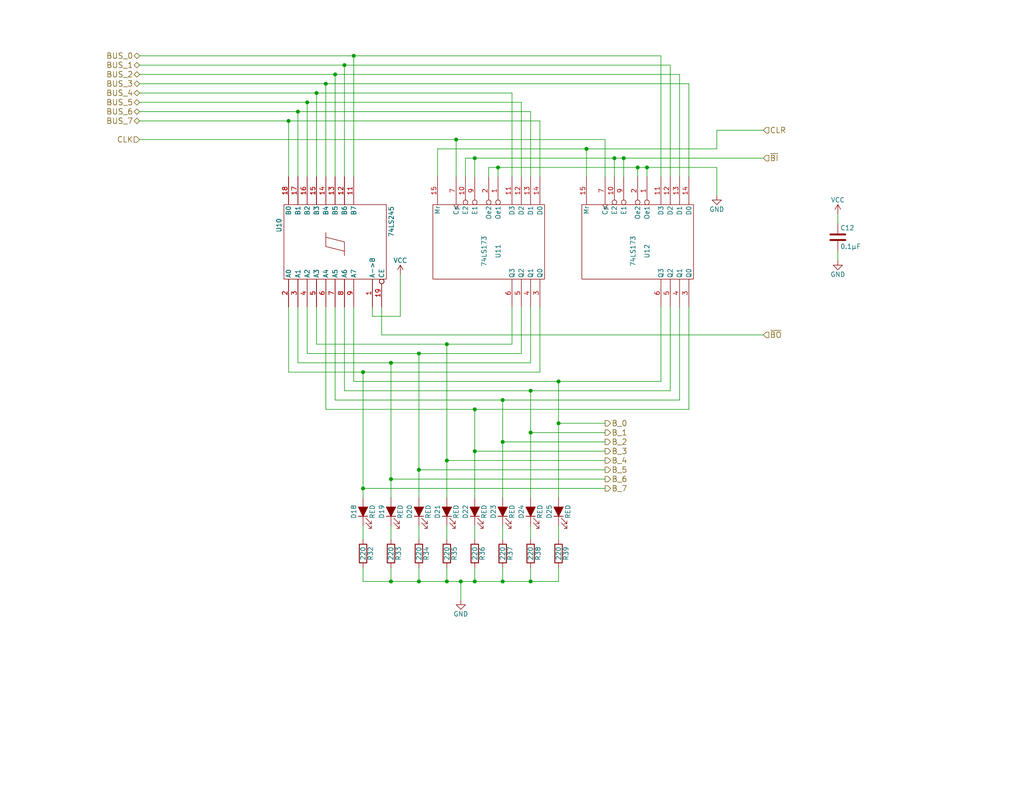
<source format=kicad_sch>
(kicad_sch (version 20230121) (generator eeschema)
  (paper "USLetter")
  (lib_symbols
    (symbol "8bit-computer-rescue:74LS173-8bit-computer-rescue" (pin_names (offset 0.254))
      (property "Reference" "U" (at 2.54 2.54 0))
      (property "Value" "8bit-computer-rescue:74LS173" (at 2.54 -1.27 0))
      (symbol "74LS173-8bit-computer-rescue_0_0"
        (pin power_in line (at -7.62 15.24 90) (length 0) hide (name "VCC") (number "16"))
        (pin power_in line (at -7.62 -15.24 90) (length 0) hide (name "GND") (number "8"))
      )
      (symbol "74LS173-8bit-computer-rescue_0_1"
        (rectangle (start -10.16 15.24) (end 10.16 -15.24))
      )
      (symbol "74LS173-8bit-computer-rescue_1_1"
        (pin input inverted (at -17.78 2.54 0) (length 7.62) (name "Oe1") (number "1"))
        (pin input inverted (at -17.78 -6.35 0) (length 7.62) (name "E2") (number "10"))
        (pin input line (at -17.78 6.35 0) (length 7.62) (name "D3") (number "11"))
        (pin input line (at -17.78 8.89 0) (length 7.62) (name "D2") (number "12"))
        (pin input line (at -17.78 11.43 0) (length 7.62) (name "D1") (number "13"))
        (pin input line (at -17.78 13.97 0) (length 7.62) (name "D0") (number "14"))
        (pin input line (at -17.78 -13.97 0) (length 7.62) (name "Mr") (number "15"))
        (pin input inverted (at -17.78 0 0) (length 7.62) (name "Oe2") (number "2"))
        (pin tri_state line (at 17.78 13.97 180) (length 7.62) (name "Q0") (number "3"))
        (pin tri_state line (at 17.78 11.43 180) (length 7.62) (name "Q1") (number "4"))
        (pin tri_state line (at 17.78 8.89 180) (length 7.62) (name "Q2") (number "5"))
        (pin tri_state line (at 17.78 6.35 180) (length 7.62) (name "Q3") (number "6"))
        (pin input clock (at -17.78 -8.89 0) (length 7.62) (name "Cp") (number "7"))
        (pin input inverted (at -17.78 -3.81 0) (length 7.62) (name "E1") (number "9"))
      )
    )
    (symbol "8bit-computer-rescue:74LS245-8bit-computer-rescue" (pin_names (offset 0.254))
      (property "Reference" "U" (at 2.54 14.605 0))
      (property "Value" "8bit-computer-rescue:74LS245" (at 1.27 -14.605 0))
      (symbol "74LS245-8bit-computer-rescue_0_0"
        (pin power_in line (at 0 -13.97 90) (length 0) hide (name "GND") (number "10"))
        (pin power_in line (at 0 13.97 270) (length 0) hide (name "VCC") (number "20"))
      )
      (symbol "74LS245-8bit-computer-rescue_0_1"
        (rectangle (start -10.16 13.97) (end 10.16 -13.97))
        (polyline (pts (xy 1.27 2.54) (xy 0 -2.54) (xy -2.54 -2.54)))
        (polyline (pts (xy 2.54 2.54) (xy -1.27 2.54) (xy -2.54 -2.54) (xy -3.81 -2.54)))
      )
      (symbol "74LS245-8bit-computer-rescue_1_1"
        (pin input line (at -17.78 -10.16 0) (length 7.62) (name "A->B") (number "1"))
        (pin tri_state line (at 17.78 -5.08 180) (length 7.62) (name "B7") (number "11"))
        (pin tri_state line (at 17.78 -2.54 180) (length 7.62) (name "B6") (number "12"))
        (pin tri_state line (at 17.78 0 180) (length 7.62) (name "B5") (number "13"))
        (pin tri_state line (at 17.78 2.54 180) (length 7.62) (name "B4") (number "14"))
        (pin tri_state line (at 17.78 5.08 180) (length 7.62) (name "B3") (number "15"))
        (pin tri_state line (at 17.78 7.62 180) (length 7.62) (name "B2") (number "16"))
        (pin tri_state line (at 17.78 10.16 180) (length 7.62) (name "B1") (number "17"))
        (pin tri_state line (at 17.78 12.7 180) (length 7.62) (name "B0") (number "18"))
        (pin input inverted (at -17.78 -12.7 0) (length 7.62) (name "CE") (number "19"))
        (pin tri_state line (at -17.78 12.7 0) (length 7.62) (name "A0") (number "2"))
        (pin tri_state line (at -17.78 10.16 0) (length 7.62) (name "A1") (number "3"))
        (pin tri_state line (at -17.78 7.62 0) (length 7.62) (name "A2") (number "4"))
        (pin tri_state line (at -17.78 5.08 0) (length 7.62) (name "A3") (number "5"))
        (pin tri_state line (at -17.78 2.54 0) (length 7.62) (name "A4") (number "6"))
        (pin tri_state line (at -17.78 0 0) (length 7.62) (name "A5") (number "7"))
        (pin tri_state line (at -17.78 -2.54 0) (length 7.62) (name "A6") (number "8"))
        (pin tri_state line (at -17.78 -5.08 0) (length 7.62) (name "A7") (number "9"))
      )
    )
    (symbol "8bit-computer-rescue:LED_ALT-Device" (pin_numbers hide) (pin_names (offset 1.016) hide)
      (property "Reference" "D" (at 0 2.54 0))
      (property "Value" "Device:LED_ALT" (at 0 -2.54 0))
      (symbol "LED_ALT-Device_0_1"
        (polyline (pts (xy -1.27 -1.27) (xy -1.27 1.27)) (stroke (width 0.2032)))
        (polyline (pts (xy -1.27 0) (xy 1.27 0)))
        (polyline (pts (xy 1.27 -1.27) (xy 1.27 1.27) (xy -1.27 0) (xy 1.27 -1.27)) (stroke (width 0.2032)) (fill (type outline)))
        (polyline (pts (xy -3.048 -0.762) (xy -4.572 -2.286) (xy -3.81 -2.286) (xy -4.572 -2.286) (xy -4.572 -1.524)))
        (polyline (pts (xy -1.778 -0.762) (xy -3.302 -2.286) (xy -2.54 -2.286) (xy -3.302 -2.286) (xy -3.302 -1.524)))
      )
      (symbol "LED_ALT-Device_1_1"
        (pin passive line (at -3.81 0 0) (length 2.54) (name "K") (number "1"))
        (pin passive line (at 3.81 0 180) (length 2.54) (name "A") (number "2"))
      )
    )
    (symbol "Device:C" (pin_numbers hide) (pin_names (offset 0.254))
      (property "Reference" "C" (at 0.635 2.54 0))
      (property "Value" "C" (at 0.635 -2.54 0))
      (symbol "C_0_1"
        (polyline (pts (xy -2.032 -0.762) (xy 2.032 -0.762)) (stroke (width 0.508)))
        (polyline (pts (xy -2.032 0.762) (xy 2.032 0.762)) (stroke (width 0.508)))
      )
      (symbol "C_1_1"
        (pin passive line (at 0 3.81 270) (length 2.794) (name "~") (number "1"))
        (pin passive line (at 0 -3.81 90) (length 2.794) (name "~") (number "2"))
      )
    )
    (symbol "Device:R" (pin_numbers hide) (pin_names (offset 0))
      (property "Reference" "R" (at 2.032 0 90))
      (property "Value" "R" (at 0 0 90))
      (symbol "R_0_1"
        (rectangle (start -1.016 -2.54) (end 1.016 2.54) (stroke (width 0.254)))
      )
      (symbol "R_1_1"
        (pin passive line (at 0 3.81 270) (length 1.27) (name "~") (number "1"))
        (pin passive line (at 0 -3.81 90) (length 1.27) (name "~") (number "2"))
      )
    )
    (symbol "power:GND" (power) (pin_names (offset 0))
      (property "Value" "GND" (at 0 -3.81 0))
      (symbol "GND_0_1"
        (polyline (pts (xy 0 0) (xy 0 -1.27) (xy 1.27 -1.27) (xy 0 -2.54) (xy -1.27 -1.27) (xy 0 -1.27)))
      )
      (symbol "GND_1_1"
        (pin power_in line (at 0 0 270) (length 0) hide (name "GND") (number "1"))
      )
    )
    (symbol "power:VCC" (power) (pin_names (offset 0))
      (property "Value" "VCC" (at 0 3.81 0))
      (symbol "VCC_0_1"
        (polyline (pts (xy -0.762 1.27) (xy 0 2.54)))
        (polyline (pts (xy 0 0) (xy 0 2.54)))
        (polyline (pts (xy 0 2.54) (xy 0.762 1.27)))
      )
      (symbol "VCC_1_1"
        (pin power_in line (at 0 0 90) (length 0) hide (name "VCC") (number "1"))
      )
    )
  )
  (junction (at 88.9 22.86))
  (junction (at 114.3 128.27))
  (junction (at 78.74 33.02))
  (junction (at 152.4 104.14))
  (junction (at 170.18 43.18))
  (junction (at 152.4 115.57))
  (junction (at 121.92 125.73))
  (junction (at 124.46 38.1))
  (junction (at 144.78 106.68))
  (junction (at 96.52 15.24))
  (junction (at 137.16 158.75))
  (junction (at 135.89 45.72))
  (junction (at 106.68 130.81))
  (junction (at 129.54 158.75))
  (junction (at 129.54 43.18))
  (junction (at 160.02 40.64))
  (junction (at 137.16 120.65))
  (junction (at 106.68 99.06))
  (junction (at 173.99 45.72))
  (junction (at 121.92 158.75))
  (junction (at 167.64 43.18))
  (junction (at 106.68 158.75))
  (junction (at 129.54 111.76))
  (junction (at 91.44 20.32))
  (junction (at 99.06 133.35))
  (junction (at 144.78 118.11))
  (junction (at 137.16 109.22))
  (junction (at 114.3 158.75))
  (junction (at 144.78 158.75))
  (junction (at 81.28 30.48))
  (junction (at 114.3 96.52))
  (junction (at 121.92 93.98))
  (junction (at 83.82 27.94))
  (junction (at 99.06 101.6))
  (junction (at 129.54 123.19))
  (junction (at 125.73 158.75))
  (junction (at 86.36 25.4))
  (junction (at 176.53 45.72))
  (junction (at 93.98 17.78))
  (wire (pts (xy 152.4 115.57) (xy 152.4 135.89)))
  (wire (pts (xy 38.1 22.86) (xy 88.9 22.86)))
  (wire (pts (xy 135.89 45.72) (xy 135.89 48.26)))
  (wire (pts (xy 160.02 40.64) (xy 160.02 48.26)))
  (wire (pts (xy 83.82 96.52) (xy 114.3 96.52)))
  (wire (pts (xy 137.16 120.65) (xy 137.16 135.89)))
  (wire (pts (xy 78.74 83.82) (xy 78.74 101.6)))
  (wire (pts (xy 129.54 143.51) (xy 129.54 147.32)))
  (wire (pts (xy 142.24 27.94) (xy 142.24 48.26)))
  (wire (pts (xy 185.42 109.22) (xy 185.42 83.82)))
  (wire (pts (xy 91.44 109.22) (xy 137.16 109.22)))
  (wire (pts (xy 228.6 71.12) (xy 228.6 68.58)))
  (wire (pts (xy 88.9 22.86) (xy 88.9 48.26)))
  (wire (pts (xy 83.82 27.94) (xy 142.24 27.94)))
  (wire (pts (xy 88.9 22.86) (xy 187.96 22.86)))
  (wire (pts (xy 129.54 43.18) (xy 167.64 43.18)))
  (wire (pts (xy 176.53 45.72) (xy 195.58 45.72)))
  (wire (pts (xy 195.58 40.64) (xy 195.58 35.56)))
  (wire (pts (xy 99.06 133.35) (xy 99.06 135.89)))
  (wire (pts (xy 152.4 104.14) (xy 152.4 115.57)))
  (wire (pts (xy 88.9 83.82) (xy 88.9 111.76)))
  (wire (pts (xy 38.1 27.94) (xy 83.82 27.94)))
  (wire (pts (xy 106.68 130.81) (xy 106.68 135.89)))
  (wire (pts (xy 147.32 101.6) (xy 147.32 83.82)))
  (wire (pts (xy 152.4 104.14) (xy 180.34 104.14)))
  (wire (pts (xy 133.35 48.26) (xy 133.35 45.72)))
  (wire (pts (xy 86.36 83.82) (xy 86.36 93.98)))
  (wire (pts (xy 114.3 158.75) (xy 121.92 158.75)))
  (wire (pts (xy 144.78 118.11) (xy 144.78 135.89)))
  (wire (pts (xy 144.78 154.94) (xy 144.78 158.75)))
  (wire (pts (xy 99.06 143.51) (xy 99.06 147.32)))
  (wire (pts (xy 173.99 45.72) (xy 173.99 48.26)))
  (wire (pts (xy 78.74 101.6) (xy 99.06 101.6)))
  (wire (pts (xy 91.44 20.32) (xy 185.42 20.32)))
  (wire (pts (xy 165.1 125.73) (xy 121.92 125.73)))
  (wire (pts (xy 93.98 17.78) (xy 182.88 17.78)))
  (wire (pts (xy 144.78 106.68) (xy 144.78 118.11)))
  (wire (pts (xy 176.53 45.72) (xy 176.53 48.26)))
  (wire (pts (xy 173.99 45.72) (xy 176.53 45.72)))
  (wire (pts (xy 187.96 22.86) (xy 187.96 48.26)))
  (wire (pts (xy 129.54 123.19) (xy 129.54 135.89)))
  (wire (pts (xy 91.44 20.32) (xy 91.44 48.26)))
  (wire (pts (xy 114.3 154.94) (xy 114.3 158.75)))
  (wire (pts (xy 152.4 143.51) (xy 152.4 147.32)))
  (wire (pts (xy 129.54 43.18) (xy 129.54 48.26)))
  (wire (pts (xy 121.92 158.75) (xy 125.73 158.75)))
  (wire (pts (xy 165.1 128.27) (xy 114.3 128.27)))
  (wire (pts (xy 38.1 33.02) (xy 78.74 33.02)))
  (wire (pts (xy 125.73 163.83) (xy 125.73 158.75)))
  (wire (pts (xy 91.44 83.82) (xy 91.44 109.22)))
  (wire (pts (xy 106.68 143.51) (xy 106.68 147.32)))
  (wire (pts (xy 152.4 158.75) (xy 152.4 154.94)))
  (wire (pts (xy 106.68 99.06) (xy 106.68 130.81)))
  (wire (pts (xy 170.18 43.18) (xy 170.18 48.26)))
  (wire (pts (xy 137.16 158.75) (xy 144.78 158.75)))
  (wire (pts (xy 139.7 25.4) (xy 139.7 48.26)))
  (wire (pts (xy 160.02 40.64) (xy 195.58 40.64)))
  (wire (pts (xy 165.1 38.1) (xy 165.1 48.26)))
  (wire (pts (xy 165.1 115.57) (xy 152.4 115.57)))
  (wire (pts (xy 133.35 45.72) (xy 135.89 45.72)))
  (wire (pts (xy 99.06 101.6) (xy 147.32 101.6)))
  (wire (pts (xy 86.36 25.4) (xy 139.7 25.4)))
  (wire (pts (xy 187.96 111.76) (xy 187.96 83.82)))
  (wire (pts (xy 129.54 154.94) (xy 129.54 158.75)))
  (wire (pts (xy 129.54 158.75) (xy 137.16 158.75)))
  (wire (pts (xy 38.1 25.4) (xy 86.36 25.4)))
  (wire (pts (xy 121.92 93.98) (xy 139.7 93.98)))
  (wire (pts (xy 121.92 143.51) (xy 121.92 147.32)))
  (wire (pts (xy 99.06 158.75) (xy 106.68 158.75)))
  (wire (pts (xy 86.36 48.26) (xy 86.36 25.4)))
  (wire (pts (xy 147.32 33.02) (xy 147.32 48.26)))
  (wire (pts (xy 81.28 30.48) (xy 144.78 30.48)))
  (wire (pts (xy 228.6 60.96) (xy 228.6 58.42)))
  (wire (pts (xy 83.82 83.82) (xy 83.82 96.52)))
  (wire (pts (xy 96.52 15.24) (xy 180.34 15.24)))
  (wire (pts (xy 93.98 83.82) (xy 93.98 106.68)))
  (wire (pts (xy 78.74 33.02) (xy 147.32 33.02)))
  (wire (pts (xy 114.3 96.52) (xy 142.24 96.52)))
  (wire (pts (xy 185.42 20.32) (xy 185.42 48.26)))
  (wire (pts (xy 144.78 158.75) (xy 152.4 158.75)))
  (wire (pts (xy 139.7 93.98) (xy 139.7 83.82)))
  (wire (pts (xy 101.6 86.36) (xy 109.22 86.36)))
  (wire (pts (xy 129.54 123.19) (xy 165.1 123.19)))
  (wire (pts (xy 142.24 96.52) (xy 142.24 83.82)))
  (wire (pts (xy 144.78 30.48) (xy 144.78 48.26)))
  (wire (pts (xy 114.3 143.51) (xy 114.3 147.32)))
  (wire (pts (xy 104.14 91.44) (xy 208.28 91.44)))
  (wire (pts (xy 170.18 43.18) (xy 208.28 43.18)))
  (wire (pts (xy 81.28 83.82) (xy 81.28 99.06)))
  (wire (pts (xy 129.54 111.76) (xy 187.96 111.76)))
  (wire (pts (xy 167.64 43.18) (xy 170.18 43.18)))
  (wire (pts (xy 195.58 35.56) (xy 208.28 35.56)))
  (wire (pts (xy 38.1 20.32) (xy 91.44 20.32)))
  (wire (pts (xy 104.14 83.82) (xy 104.14 91.44)))
  (wire (pts (xy 119.38 48.26) (xy 119.38 40.64)))
  (wire (pts (xy 137.16 154.94) (xy 137.16 158.75)))
  (wire (pts (xy 96.52 83.82) (xy 96.52 104.14)))
  (wire (pts (xy 106.68 99.06) (xy 144.78 99.06)))
  (wire (pts (xy 88.9 111.76) (xy 129.54 111.76)))
  (wire (pts (xy 86.36 93.98) (xy 121.92 93.98)))
  (wire (pts (xy 106.68 158.75) (xy 114.3 158.75)))
  (wire (pts (xy 38.1 17.78) (xy 93.98 17.78)))
  (wire (pts (xy 96.52 15.24) (xy 96.52 48.26)))
  (wire (pts (xy 99.06 154.94) (xy 99.06 158.75)))
  (wire (pts (xy 137.16 109.22) (xy 185.42 109.22)))
  (wire (pts (xy 114.3 96.52) (xy 114.3 128.27)))
  (wire (pts (xy 106.68 154.94) (xy 106.68 158.75)))
  (wire (pts (xy 121.92 125.73) (xy 121.92 135.89)))
  (wire (pts (xy 101.6 83.82) (xy 101.6 86.36)))
  (wire (pts (xy 93.98 17.78) (xy 93.98 48.26)))
  (wire (pts (xy 124.46 38.1) (xy 165.1 38.1)))
  (wire (pts (xy 165.1 120.65) (xy 137.16 120.65)))
  (wire (pts (xy 195.58 45.72) (xy 195.58 53.34)))
  (wire (pts (xy 124.46 38.1) (xy 124.46 48.26)))
  (wire (pts (xy 78.74 33.02) (xy 78.74 48.26)))
  (wire (pts (xy 121.92 154.94) (xy 121.92 158.75)))
  (wire (pts (xy 165.1 118.11) (xy 144.78 118.11)))
  (wire (pts (xy 165.1 130.81) (xy 106.68 130.81)))
  (wire (pts (xy 137.16 143.51) (xy 137.16 147.32)))
  (wire (pts (xy 93.98 106.68) (xy 144.78 106.68)))
  (wire (pts (xy 180.34 15.24) (xy 180.34 48.26)))
  (wire (pts (xy 99.06 101.6) (xy 99.06 133.35)))
  (wire (pts (xy 109.22 86.36) (xy 109.22 74.93)))
  (wire (pts (xy 129.54 111.76) (xy 129.54 123.19)))
  (wire (pts (xy 182.88 17.78) (xy 182.88 48.26)))
  (wire (pts (xy 119.38 40.64) (xy 160.02 40.64)))
  (wire (pts (xy 38.1 15.24) (xy 96.52 15.24)))
  (wire (pts (xy 127 48.26) (xy 127 43.18)))
  (wire (pts (xy 83.82 27.94) (xy 83.82 48.26)))
  (wire (pts (xy 182.88 106.68) (xy 182.88 83.82)))
  (wire (pts (xy 165.1 133.35) (xy 99.06 133.35)))
  (wire (pts (xy 96.52 104.14) (xy 152.4 104.14)))
  (wire (pts (xy 167.64 43.18) (xy 167.64 48.26)))
  (wire (pts (xy 38.1 38.1) (xy 124.46 38.1)))
  (wire (pts (xy 180.34 104.14) (xy 180.34 83.82)))
  (wire (pts (xy 114.3 128.27) (xy 114.3 135.89)))
  (wire (pts (xy 144.78 106.68) (xy 182.88 106.68)))
  (wire (pts (xy 135.89 45.72) (xy 173.99 45.72)))
  (wire (pts (xy 38.1 30.48) (xy 81.28 30.48)))
  (wire (pts (xy 144.78 143.51) (xy 144.78 147.32)))
  (wire (pts (xy 81.28 30.48) (xy 81.28 48.26)))
  (wire (pts (xy 137.16 109.22) (xy 137.16 120.65)))
  (wire (pts (xy 127 43.18) (xy 129.54 43.18)))
  (wire (pts (xy 125.73 158.75) (xy 129.54 158.75)))
  (wire (pts (xy 81.28 99.06) (xy 106.68 99.06)))
  (wire (pts (xy 121.92 93.98) (xy 121.92 125.73)))
  (wire (pts (xy 144.78 99.06) (xy 144.78 83.82)))
  (hierarchical_label "B_4" (shape output) (at 165.1 125.73 0) (effects (font (size 1.524 1.524))))
  (hierarchical_label "B_1" (shape output) (at 165.1 118.11 0) (effects (font (size 1.524 1.524))))
  (hierarchical_label "B_5" (shape output) (at 165.1 128.27 0) (effects (font (size 1.524 1.524))))
  (hierarchical_label "B_7" (shape output) (at 165.1 133.35 0) (effects (font (size 1.524 1.524))))
  (hierarchical_label "BUS_0" (shape bidirectional) (at 38.1 15.24 180) (effects (font (size 1.524 1.524))))
  (hierarchical_label "BUS_7" (shape bidirectional) (at 38.1 33.02 180) (effects (font (size 1.524 1.524))))
  (hierarchical_label "B_3" (shape output) (at 165.1 123.19 0) (effects (font (size 1.524 1.524))))
  (hierarchical_label "~{BO}" (shape input) (at 208.28 91.44 0) (effects (font (size 1.524 1.524))))
  (hierarchical_label "CLK" (shape input) (at 38.1 38.1 180) (effects (font (size 1.524 1.524))))
  (hierarchical_label "BUS_5" (shape bidirectional) (at 38.1 27.94 180) (effects (font (size 1.524 1.524))))
  (hierarchical_label "BUS_2" (shape bidirectional) (at 38.1 20.32 180) (effects (font (size 1.524 1.524))))
  (hierarchical_label "B_6" (shape output) (at 165.1 130.81 0) (effects (font (size 1.524 1.524))))
  (hierarchical_label "CLR" (shape input) (at 208.28 35.56 0) (effects (font (size 1.524 1.524))))
  (hierarchical_label "BUS_6" (shape bidirectional) (at 38.1 30.48 180) (effects (font (size 1.524 1.524))))
  (hierarchical_label "BUS_4" (shape bidirectional) (at 38.1 25.4 180) (effects (font (size 1.524 1.524))))
  (hierarchical_label "B_2" (shape output) (at 165.1 120.65 0) (effects (font (size 1.524 1.524))))
  (hierarchical_label "BUS_1" (shape bidirectional) (at 38.1 17.78 180) (effects (font (size 1.524 1.524))))
  (hierarchical_label "B_0" (shape output) (at 165.1 115.57 0) (effects (font (size 1.524 1.524))))
  (hierarchical_label "~{BI}" (shape input) (at 208.28 43.18 0) (effects (font (size 1.524 1.524))))
  (hierarchical_label "BUS_3" (shape bidirectional) (at 38.1 22.86 180) (effects (font (size 1.524 1.524))))
  (symbol (lib_id "8bit-computer-rescue:74LS173-8bit-computer-rescue") (at 173.99 66.04 270) (unit 1)
    (property "Reference" "U12" (at 176.53 68.58 0))
    (property "Value" "74LS173" (at 172.72 68.58 0))
    (property "Footprint" "Package_DIP:DIP-16_W7.62mm" (effects hide))
  )
  (symbol (lib_id "8bit-computer-rescue:74LS245-8bit-computer-rescue") (at 91.44 66.04 90) (unit 1)
    (property "Reference" "U10" (at 76.835 63.5 0) (effects (justify left bottom)))
    (property "Value" "74LS245" (at 106.045 64.77 0) (effects (justify left top)))
    (property "Footprint" "Package_DIP:DIP-20_W7.62mm" (effects hide))
  )
  (symbol (lib_id "8bit-computer-rescue:LED_ALT-Device") (at 106.68 139.7 90) (unit 1)
    (property "Reference" "D19" (at 104.14 139.7 0))
    (property "Value" "RED" (at 109.22 139.7 0))
    (property "Footprint" "LED_THT:LED_D5.0mm" (effects hide))
  )
  (symbol (lib_id "Device:R") (at 99.06 151.13 0) (unit 1)
    (property "Reference" "R32" (at 101.092 151.13 90))
    (property "Value" "220" (at 99.06 151.13 90))
    (property "Footprint" "Resistor_THT:R_Axial_DIN0207_L6.3mm_D2.5mm_P7.62mm_Horizontal" (effects hide))
  )
  (symbol (lib_id "Device:R") (at 106.68 151.13 0) (unit 1)
    (property "Reference" "R33" (at 108.712 151.13 90))
    (property "Value" "220" (at 106.68 151.13 90))
    (property "Footprint" "Resistor_THT:R_Axial_DIN0207_L6.3mm_D2.5mm_P7.62mm_Horizontal" (effects hide))
  )
  (symbol (lib_id "Device:R") (at 144.78 151.13 0) (unit 1)
    (property "Reference" "R38" (at 146.812 151.13 90))
    (property "Value" "220" (at 144.78 151.13 90))
    (property "Footprint" "Resistor_THT:R_Axial_DIN0207_L6.3mm_D2.5mm_P7.62mm_Horizontal" (effects hide))
  )
  (symbol (lib_id "power:GND") (at 125.73 163.83 0) (unit 1)
    (property "Reference" "#PWR019" (effects hide))
    (property "Value" "GND" (at 125.73 167.64 0))
  )
  (symbol (lib_id "power:GND") (at 195.58 53.34 0) (unit 1)
    (property "Reference" "#PWR021" (effects hide))
    (property "Value" "GND" (at 195.58 57.15 0))
  )
  (symbol (lib_id "8bit-computer-rescue:74LS173-8bit-computer-rescue") (at 133.35 66.04 270) (unit 1)
    (property "Reference" "U11" (at 135.89 68.58 0))
    (property "Value" "74LS173" (at 132.08 68.58 0))
    (property "Footprint" "Package_DIP:DIP-16_W7.62mm" (effects hide))
  )
  (symbol (lib_id "8bit-computer-rescue:LED_ALT-Device") (at 99.06 139.7 90) (unit 1)
    (property "Reference" "D18" (at 96.52 139.7 0))
    (property "Value" "RED" (at 101.6 139.7 0))
    (property "Footprint" "LED_THT:LED_D5.0mm" (effects hide))
  )
  (symbol (lib_id "8bit-computer-rescue:LED_ALT-Device") (at 114.3 139.7 90) (unit 1)
    (property "Reference" "D20" (at 111.76 139.7 0))
    (property "Value" "RED" (at 116.84 139.7 0))
    (property "Footprint" "LED_THT:LED_D5.0mm" (effects hide))
  )
  (symbol (lib_id "8bit-computer-rescue:LED_ALT-Device") (at 121.92 139.7 90) (unit 1)
    (property "Reference" "D21" (at 119.38 139.7 0))
    (property "Value" "RED" (at 124.46 139.7 0))
    (property "Footprint" "LED_THT:LED_D5.0mm" (effects hide))
  )
  (symbol (lib_id "8bit-computer-rescue:LED_ALT-Device") (at 129.54 139.7 90) (unit 1)
    (property "Reference" "D22" (at 127 139.7 0))
    (property "Value" "RED" (at 132.08 139.7 0))
    (property "Footprint" "LED_THT:LED_D5.0mm" (effects hide))
  )
  (symbol (lib_id "8bit-computer-rescue:LED_ALT-Device") (at 137.16 139.7 90) (unit 1)
    (property "Reference" "D23" (at 134.62 139.7 0))
    (property "Value" "RED" (at 139.7 139.7 0))
    (property "Footprint" "LED_THT:LED_D5.0mm" (effects hide))
  )
  (symbol (lib_id "8bit-computer-rescue:LED_ALT-Device") (at 144.78 139.7 90) (unit 1)
    (property "Reference" "D24" (at 142.24 139.7 0))
    (property "Value" "RED" (at 147.32 139.7 0))
    (property "Footprint" "LED_THT:LED_D5.0mm" (effects hide))
  )
  (symbol (lib_id "8bit-computer-rescue:LED_ALT-Device") (at 152.4 139.7 90) (unit 1)
    (property "Reference" "D25" (at 149.86 139.7 0))
    (property "Value" "RED" (at 154.94 139.7 0))
    (property "Footprint" "LED_THT:LED_D5.0mm" (effects hide))
  )
  (symbol (lib_id "Device:R") (at 114.3 151.13 0) (unit 1)
    (property "Reference" "R34" (at 116.332 151.13 90))
    (property "Value" "220" (at 114.3 151.13 90))
    (property "Footprint" "Resistor_THT:R_Axial_DIN0207_L6.3mm_D2.5mm_P7.62mm_Horizontal" (effects hide))
  )
  (symbol (lib_id "Device:R") (at 121.92 151.13 0) (unit 1)
    (property "Reference" "R35" (at 123.952 151.13 90))
    (property "Value" "220" (at 121.92 151.13 90))
    (property "Footprint" "Resistor_THT:R_Axial_DIN0207_L6.3mm_D2.5mm_P7.62mm_Horizontal" (effects hide))
  )
  (symbol (lib_id "Device:R") (at 129.54 151.13 0) (unit 1)
    (property "Reference" "R36" (at 131.572 151.13 90))
    (property "Value" "220" (at 129.54 151.13 90))
    (property "Footprint" "Resistor_THT:R_Axial_DIN0207_L6.3mm_D2.5mm_P7.62mm_Horizontal" (effects hide))
  )
  (symbol (lib_id "Device:R") (at 137.16 151.13 0) (unit 1)
    (property "Reference" "R37" (at 139.192 151.13 90))
    (property "Value" "220" (at 137.16 151.13 90))
    (property "Footprint" "Resistor_THT:R_Axial_DIN0207_L6.3mm_D2.5mm_P7.62mm_Horizontal" (effects hide))
  )
  (symbol (lib_id "Device:R") (at 152.4 151.13 0) (unit 1)
    (property "Reference" "R39" (at 154.432 151.13 90))
    (property "Value" "220" (at 152.4 151.13 90))
    (property "Footprint" "Resistor_THT:R_Axial_DIN0207_L6.3mm_D2.5mm_P7.62mm_Horizontal" (effects hide))
  )
  (symbol (lib_id "power:VCC") (at 109.22 74.93 0) (unit 1)
    (property "Reference" "#PWR020" (effects hide))
    (property "Value" "VCC" (at 109.22 71.12 0))
  )
  (symbol (lib_id "Device:C") (at 228.6 64.77 0) (unit 1)
    (property "Reference" "C12" (at 229.235 62.23 0) (effects (justify left)))
    (property "Value" "0.1µF" (at 229.235 67.31 0) (effects (justify left)))
    (property "Footprint" "Capacitor_THT:C_Disc_D4.3mm_W1.9mm_P5.00mm" (effects hide))
  )
  (symbol (lib_id "power:VCC") (at 228.6 58.42 0) (unit 1)
    (property "Reference" "#PWR022" (effects hide))
    (property "Value" "VCC" (at 228.6 54.61 0))
  )
  (symbol (lib_id "power:GND") (at 228.6 71.12 0) (unit 1)
    (property "Reference" "#PWR023" (effects hide))
    (property "Value" "GND" (at 228.6 74.93 0))
  )
)
</source>
